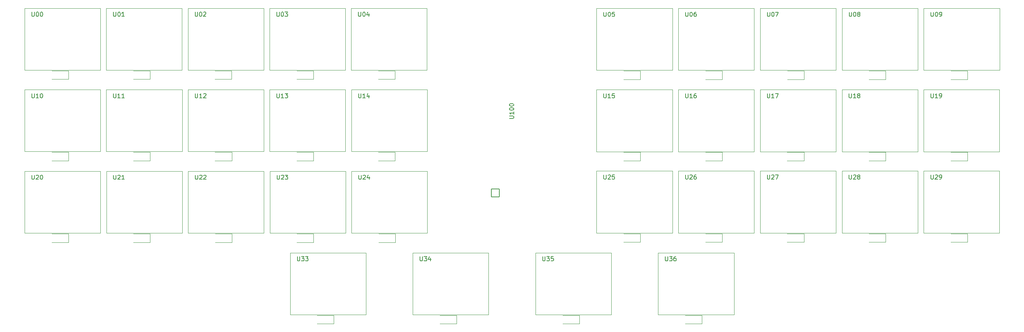
<source format=gto>
G04 #@! TF.GenerationSoftware,KiCad,Pcbnew,6.0.7*
G04 #@! TF.CreationDate,2022-09-06T10:42:03+02:00*
G04 #@! TF.ProjectId,box_o_alps,626f785f-6f5f-4616-9c70-732e6b696361,rev?*
G04 #@! TF.SameCoordinates,Original*
G04 #@! TF.FileFunction,Legend,Top*
G04 #@! TF.FilePolarity,Positive*
%FSLAX46Y46*%
G04 Gerber Fmt 4.6, Leading zero omitted, Abs format (unit mm)*
G04 Created by KiCad (PCBNEW 6.0.7) date 2022-09-06 10:42:03*
%MOMM*%
%LPD*%
G01*
G04 APERTURE LIST*
G04 Aperture macros list*
%AMRoundRect*
0 Rectangle with rounded corners*
0 $1 Rounding radius*
0 $2 $3 $4 $5 $6 $7 $8 $9 X,Y pos of 4 corners*
0 Add a 4 corners polygon primitive as box body*
4,1,4,$2,$3,$4,$5,$6,$7,$8,$9,$2,$3,0*
0 Add four circle primitives for the rounded corners*
1,1,$1+$1,$2,$3*
1,1,$1+$1,$4,$5*
1,1,$1+$1,$6,$7*
1,1,$1+$1,$8,$9*
0 Add four rect primitives between the rounded corners*
20,1,$1+$1,$2,$3,$4,$5,0*
20,1,$1+$1,$4,$5,$6,$7,0*
20,1,$1+$1,$6,$7,$8,$9,0*
20,1,$1+$1,$8,$9,$2,$3,0*%
G04 Aperture macros list end*
%ADD10C,0.150000*%
%ADD11C,0.120000*%
%ADD12C,2.200000*%
%ADD13R,0.900000X1.200000*%
%ADD14C,2.082800*%
%ADD15RoundRect,0.101600X0.939800X-0.939800X0.939800X0.939800X-0.939800X0.939800X-0.939800X-0.939800X0*%
G04 APERTURE END LIST*
D10*
X158051904Y-64727380D02*
X158051904Y-65536904D01*
X158099523Y-65632142D01*
X158147142Y-65679761D01*
X158242380Y-65727380D01*
X158432857Y-65727380D01*
X158528095Y-65679761D01*
X158575714Y-65632142D01*
X158623333Y-65536904D01*
X158623333Y-64727380D01*
X159051904Y-64822619D02*
X159099523Y-64775000D01*
X159194761Y-64727380D01*
X159432857Y-64727380D01*
X159528095Y-64775000D01*
X159575714Y-64822619D01*
X159623333Y-64917857D01*
X159623333Y-65013095D01*
X159575714Y-65155952D01*
X159004285Y-65727380D01*
X159623333Y-65727380D01*
X160528095Y-64727380D02*
X160051904Y-64727380D01*
X160004285Y-65203571D01*
X160051904Y-65155952D01*
X160147142Y-65108333D01*
X160385238Y-65108333D01*
X160480476Y-65155952D01*
X160528095Y-65203571D01*
X160575714Y-65298809D01*
X160575714Y-65536904D01*
X160528095Y-65632142D01*
X160480476Y-65679761D01*
X160385238Y-65727380D01*
X160147142Y-65727380D01*
X160051904Y-65679761D01*
X160004285Y-65632142D01*
X62606904Y-64757380D02*
X62606904Y-65566904D01*
X62654523Y-65662142D01*
X62702142Y-65709761D01*
X62797380Y-65757380D01*
X62987857Y-65757380D01*
X63083095Y-65709761D01*
X63130714Y-65662142D01*
X63178333Y-65566904D01*
X63178333Y-64757380D01*
X63606904Y-64852619D02*
X63654523Y-64805000D01*
X63749761Y-64757380D01*
X63987857Y-64757380D01*
X64083095Y-64805000D01*
X64130714Y-64852619D01*
X64178333Y-64947857D01*
X64178333Y-65043095D01*
X64130714Y-65185952D01*
X63559285Y-65757380D01*
X64178333Y-65757380D01*
X64559285Y-64852619D02*
X64606904Y-64805000D01*
X64702142Y-64757380D01*
X64940238Y-64757380D01*
X65035476Y-64805000D01*
X65083095Y-64852619D01*
X65130714Y-64947857D01*
X65130714Y-65043095D01*
X65083095Y-65185952D01*
X64511666Y-65757380D01*
X65130714Y-65757380D01*
X43486904Y-26557380D02*
X43486904Y-27366904D01*
X43534523Y-27462142D01*
X43582142Y-27509761D01*
X43677380Y-27557380D01*
X43867857Y-27557380D01*
X43963095Y-27509761D01*
X44010714Y-27462142D01*
X44058333Y-27366904D01*
X44058333Y-26557380D01*
X44725000Y-26557380D02*
X44820238Y-26557380D01*
X44915476Y-26605000D01*
X44963095Y-26652619D01*
X45010714Y-26747857D01*
X45058333Y-26938333D01*
X45058333Y-27176428D01*
X45010714Y-27366904D01*
X44963095Y-27462142D01*
X44915476Y-27509761D01*
X44820238Y-27557380D01*
X44725000Y-27557380D01*
X44629761Y-27509761D01*
X44582142Y-27462142D01*
X44534523Y-27366904D01*
X44486904Y-27176428D01*
X44486904Y-26938333D01*
X44534523Y-26747857D01*
X44582142Y-26652619D01*
X44629761Y-26605000D01*
X44725000Y-26557380D01*
X46010714Y-27557380D02*
X45439285Y-27557380D01*
X45725000Y-27557380D02*
X45725000Y-26557380D01*
X45629761Y-26700238D01*
X45534523Y-26795476D01*
X45439285Y-26843095D01*
X43506904Y-64757380D02*
X43506904Y-65566904D01*
X43554523Y-65662142D01*
X43602142Y-65709761D01*
X43697380Y-65757380D01*
X43887857Y-65757380D01*
X43983095Y-65709761D01*
X44030714Y-65662142D01*
X44078333Y-65566904D01*
X44078333Y-64757380D01*
X44506904Y-64852619D02*
X44554523Y-64805000D01*
X44649761Y-64757380D01*
X44887857Y-64757380D01*
X44983095Y-64805000D01*
X45030714Y-64852619D01*
X45078333Y-64947857D01*
X45078333Y-65043095D01*
X45030714Y-65185952D01*
X44459285Y-65757380D01*
X45078333Y-65757380D01*
X46030714Y-65757380D02*
X45459285Y-65757380D01*
X45745000Y-65757380D02*
X45745000Y-64757380D01*
X45649761Y-64900238D01*
X45554523Y-64995476D01*
X45459285Y-65043095D01*
X24406904Y-45658630D02*
X24406904Y-46468154D01*
X24454523Y-46563392D01*
X24502142Y-46611011D01*
X24597380Y-46658630D01*
X24787857Y-46658630D01*
X24883095Y-46611011D01*
X24930714Y-46563392D01*
X24978333Y-46468154D01*
X24978333Y-45658630D01*
X25978333Y-46658630D02*
X25406904Y-46658630D01*
X25692619Y-46658630D02*
X25692619Y-45658630D01*
X25597380Y-45801488D01*
X25502142Y-45896726D01*
X25406904Y-45944345D01*
X26597380Y-45658630D02*
X26692619Y-45658630D01*
X26787857Y-45706250D01*
X26835476Y-45753869D01*
X26883095Y-45849107D01*
X26930714Y-46039583D01*
X26930714Y-46277678D01*
X26883095Y-46468154D01*
X26835476Y-46563392D01*
X26787857Y-46611011D01*
X26692619Y-46658630D01*
X26597380Y-46658630D01*
X26502142Y-46611011D01*
X26454523Y-46563392D01*
X26406904Y-46468154D01*
X26359285Y-46277678D01*
X26359285Y-46039583D01*
X26406904Y-45849107D01*
X26454523Y-45753869D01*
X26502142Y-45706250D01*
X26597380Y-45658630D01*
X43494404Y-45658630D02*
X43494404Y-46468154D01*
X43542023Y-46563392D01*
X43589642Y-46611011D01*
X43684880Y-46658630D01*
X43875357Y-46658630D01*
X43970595Y-46611011D01*
X44018214Y-46563392D01*
X44065833Y-46468154D01*
X44065833Y-45658630D01*
X45065833Y-46658630D02*
X44494404Y-46658630D01*
X44780119Y-46658630D02*
X44780119Y-45658630D01*
X44684880Y-45801488D01*
X44589642Y-45896726D01*
X44494404Y-45944345D01*
X46018214Y-46658630D02*
X45446785Y-46658630D01*
X45732500Y-46658630D02*
X45732500Y-45658630D01*
X45637261Y-45801488D01*
X45542023Y-45896726D01*
X45446785Y-45944345D01*
X81646904Y-26557380D02*
X81646904Y-27366904D01*
X81694523Y-27462142D01*
X81742142Y-27509761D01*
X81837380Y-27557380D01*
X82027857Y-27557380D01*
X82123095Y-27509761D01*
X82170714Y-27462142D01*
X82218333Y-27366904D01*
X82218333Y-26557380D01*
X82885000Y-26557380D02*
X82980238Y-26557380D01*
X83075476Y-26605000D01*
X83123095Y-26652619D01*
X83170714Y-26747857D01*
X83218333Y-26938333D01*
X83218333Y-27176428D01*
X83170714Y-27366904D01*
X83123095Y-27462142D01*
X83075476Y-27509761D01*
X82980238Y-27557380D01*
X82885000Y-27557380D01*
X82789761Y-27509761D01*
X82742142Y-27462142D01*
X82694523Y-27366904D01*
X82646904Y-27176428D01*
X82646904Y-26938333D01*
X82694523Y-26747857D01*
X82742142Y-26652619D01*
X82789761Y-26605000D01*
X82885000Y-26557380D01*
X83551666Y-26557380D02*
X84170714Y-26557380D01*
X83837380Y-26938333D01*
X83980238Y-26938333D01*
X84075476Y-26985952D01*
X84123095Y-27033571D01*
X84170714Y-27128809D01*
X84170714Y-27366904D01*
X84123095Y-27462142D01*
X84075476Y-27509761D01*
X83980238Y-27557380D01*
X83694523Y-27557380D01*
X83599285Y-27509761D01*
X83551666Y-27462142D01*
X177164404Y-26582380D02*
X177164404Y-27391904D01*
X177212023Y-27487142D01*
X177259642Y-27534761D01*
X177354880Y-27582380D01*
X177545357Y-27582380D01*
X177640595Y-27534761D01*
X177688214Y-27487142D01*
X177735833Y-27391904D01*
X177735833Y-26582380D01*
X178402500Y-26582380D02*
X178497738Y-26582380D01*
X178592976Y-26630000D01*
X178640595Y-26677619D01*
X178688214Y-26772857D01*
X178735833Y-26963333D01*
X178735833Y-27201428D01*
X178688214Y-27391904D01*
X178640595Y-27487142D01*
X178592976Y-27534761D01*
X178497738Y-27582380D01*
X178402500Y-27582380D01*
X178307261Y-27534761D01*
X178259642Y-27487142D01*
X178212023Y-27391904D01*
X178164404Y-27201428D01*
X178164404Y-26963333D01*
X178212023Y-26772857D01*
X178259642Y-26677619D01*
X178307261Y-26630000D01*
X178402500Y-26582380D01*
X179592976Y-26582380D02*
X179402500Y-26582380D01*
X179307261Y-26630000D01*
X179259642Y-26677619D01*
X179164404Y-26820476D01*
X179116785Y-27010952D01*
X179116785Y-27391904D01*
X179164404Y-27487142D01*
X179212023Y-27534761D01*
X179307261Y-27582380D01*
X179497738Y-27582380D01*
X179592976Y-27534761D01*
X179640595Y-27487142D01*
X179688214Y-27391904D01*
X179688214Y-27153809D01*
X179640595Y-27058571D01*
X179592976Y-27010952D01*
X179497738Y-26963333D01*
X179307261Y-26963333D01*
X179212023Y-27010952D01*
X179164404Y-27058571D01*
X179116785Y-27153809D01*
X177159404Y-45672380D02*
X177159404Y-46481904D01*
X177207023Y-46577142D01*
X177254642Y-46624761D01*
X177349880Y-46672380D01*
X177540357Y-46672380D01*
X177635595Y-46624761D01*
X177683214Y-46577142D01*
X177730833Y-46481904D01*
X177730833Y-45672380D01*
X178730833Y-46672380D02*
X178159404Y-46672380D01*
X178445119Y-46672380D02*
X178445119Y-45672380D01*
X178349880Y-45815238D01*
X178254642Y-45910476D01*
X178159404Y-45958095D01*
X179587976Y-45672380D02*
X179397500Y-45672380D01*
X179302261Y-45720000D01*
X179254642Y-45767619D01*
X179159404Y-45910476D01*
X179111785Y-46100952D01*
X179111785Y-46481904D01*
X179159404Y-46577142D01*
X179207023Y-46624761D01*
X179302261Y-46672380D01*
X179492738Y-46672380D01*
X179587976Y-46624761D01*
X179635595Y-46577142D01*
X179683214Y-46481904D01*
X179683214Y-46243809D01*
X179635595Y-46148571D01*
X179587976Y-46100952D01*
X179492738Y-46053333D01*
X179302261Y-46053333D01*
X179207023Y-46100952D01*
X179159404Y-46148571D01*
X179111785Y-46243809D01*
X177159404Y-64727380D02*
X177159404Y-65536904D01*
X177207023Y-65632142D01*
X177254642Y-65679761D01*
X177349880Y-65727380D01*
X177540357Y-65727380D01*
X177635595Y-65679761D01*
X177683214Y-65632142D01*
X177730833Y-65536904D01*
X177730833Y-64727380D01*
X178159404Y-64822619D02*
X178207023Y-64775000D01*
X178302261Y-64727380D01*
X178540357Y-64727380D01*
X178635595Y-64775000D01*
X178683214Y-64822619D01*
X178730833Y-64917857D01*
X178730833Y-65013095D01*
X178683214Y-65155952D01*
X178111785Y-65727380D01*
X178730833Y-65727380D01*
X179587976Y-64727380D02*
X179397500Y-64727380D01*
X179302261Y-64775000D01*
X179254642Y-64822619D01*
X179159404Y-64965476D01*
X179111785Y-65155952D01*
X179111785Y-65536904D01*
X179159404Y-65632142D01*
X179207023Y-65679761D01*
X179302261Y-65727380D01*
X179492738Y-65727380D01*
X179587976Y-65679761D01*
X179635595Y-65632142D01*
X179683214Y-65536904D01*
X179683214Y-65298809D01*
X179635595Y-65203571D01*
X179587976Y-65155952D01*
X179492738Y-65108333D01*
X179302261Y-65108333D01*
X179207023Y-65155952D01*
X179159404Y-65203571D01*
X179111785Y-65298809D01*
X100756904Y-45658630D02*
X100756904Y-46468154D01*
X100804523Y-46563392D01*
X100852142Y-46611011D01*
X100947380Y-46658630D01*
X101137857Y-46658630D01*
X101233095Y-46611011D01*
X101280714Y-46563392D01*
X101328333Y-46468154D01*
X101328333Y-45658630D01*
X102328333Y-46658630D02*
X101756904Y-46658630D01*
X102042619Y-46658630D02*
X102042619Y-45658630D01*
X101947380Y-45801488D01*
X101852142Y-45896726D01*
X101756904Y-45944345D01*
X103185476Y-45991964D02*
X103185476Y-46658630D01*
X102947380Y-45611011D02*
X102709285Y-46325297D01*
X103328333Y-46325297D01*
X100726904Y-26557380D02*
X100726904Y-27366904D01*
X100774523Y-27462142D01*
X100822142Y-27509761D01*
X100917380Y-27557380D01*
X101107857Y-27557380D01*
X101203095Y-27509761D01*
X101250714Y-27462142D01*
X101298333Y-27366904D01*
X101298333Y-26557380D01*
X101965000Y-26557380D02*
X102060238Y-26557380D01*
X102155476Y-26605000D01*
X102203095Y-26652619D01*
X102250714Y-26747857D01*
X102298333Y-26938333D01*
X102298333Y-27176428D01*
X102250714Y-27366904D01*
X102203095Y-27462142D01*
X102155476Y-27509761D01*
X102060238Y-27557380D01*
X101965000Y-27557380D01*
X101869761Y-27509761D01*
X101822142Y-27462142D01*
X101774523Y-27366904D01*
X101726904Y-27176428D01*
X101726904Y-26938333D01*
X101774523Y-26747857D01*
X101822142Y-26652619D01*
X101869761Y-26605000D01*
X101965000Y-26557380D01*
X103155476Y-26890714D02*
X103155476Y-27557380D01*
X102917380Y-26509761D02*
X102679285Y-27224047D01*
X103298333Y-27224047D01*
X62566904Y-26557380D02*
X62566904Y-27366904D01*
X62614523Y-27462142D01*
X62662142Y-27509761D01*
X62757380Y-27557380D01*
X62947857Y-27557380D01*
X63043095Y-27509761D01*
X63090714Y-27462142D01*
X63138333Y-27366904D01*
X63138333Y-26557380D01*
X63805000Y-26557380D02*
X63900238Y-26557380D01*
X63995476Y-26605000D01*
X64043095Y-26652619D01*
X64090714Y-26747857D01*
X64138333Y-26938333D01*
X64138333Y-27176428D01*
X64090714Y-27366904D01*
X64043095Y-27462142D01*
X63995476Y-27509761D01*
X63900238Y-27557380D01*
X63805000Y-27557380D01*
X63709761Y-27509761D01*
X63662142Y-27462142D01*
X63614523Y-27366904D01*
X63566904Y-27176428D01*
X63566904Y-26938333D01*
X63614523Y-26747857D01*
X63662142Y-26652619D01*
X63709761Y-26605000D01*
X63805000Y-26557380D01*
X64519285Y-26652619D02*
X64566904Y-26605000D01*
X64662142Y-26557380D01*
X64900238Y-26557380D01*
X64995476Y-26605000D01*
X65043095Y-26652619D01*
X65090714Y-26747857D01*
X65090714Y-26843095D01*
X65043095Y-26985952D01*
X64471666Y-27557380D01*
X65090714Y-27557380D01*
X158051904Y-26582380D02*
X158051904Y-27391904D01*
X158099523Y-27487142D01*
X158147142Y-27534761D01*
X158242380Y-27582380D01*
X158432857Y-27582380D01*
X158528095Y-27534761D01*
X158575714Y-27487142D01*
X158623333Y-27391904D01*
X158623333Y-26582380D01*
X159290000Y-26582380D02*
X159385238Y-26582380D01*
X159480476Y-26630000D01*
X159528095Y-26677619D01*
X159575714Y-26772857D01*
X159623333Y-26963333D01*
X159623333Y-27201428D01*
X159575714Y-27391904D01*
X159528095Y-27487142D01*
X159480476Y-27534761D01*
X159385238Y-27582380D01*
X159290000Y-27582380D01*
X159194761Y-27534761D01*
X159147142Y-27487142D01*
X159099523Y-27391904D01*
X159051904Y-27201428D01*
X159051904Y-26963333D01*
X159099523Y-26772857D01*
X159147142Y-26677619D01*
X159194761Y-26630000D01*
X159290000Y-26582380D01*
X160528095Y-26582380D02*
X160051904Y-26582380D01*
X160004285Y-27058571D01*
X160051904Y-27010952D01*
X160147142Y-26963333D01*
X160385238Y-26963333D01*
X160480476Y-27010952D01*
X160528095Y-27058571D01*
X160575714Y-27153809D01*
X160575714Y-27391904D01*
X160528095Y-27487142D01*
X160480476Y-27534761D01*
X160385238Y-27582380D01*
X160147142Y-27582380D01*
X160051904Y-27534761D01*
X160004285Y-27487142D01*
X158051904Y-45672380D02*
X158051904Y-46481904D01*
X158099523Y-46577142D01*
X158147142Y-46624761D01*
X158242380Y-46672380D01*
X158432857Y-46672380D01*
X158528095Y-46624761D01*
X158575714Y-46577142D01*
X158623333Y-46481904D01*
X158623333Y-45672380D01*
X159623333Y-46672380D02*
X159051904Y-46672380D01*
X159337619Y-46672380D02*
X159337619Y-45672380D01*
X159242380Y-45815238D01*
X159147142Y-45910476D01*
X159051904Y-45958095D01*
X160528095Y-45672380D02*
X160051904Y-45672380D01*
X160004285Y-46148571D01*
X160051904Y-46100952D01*
X160147142Y-46053333D01*
X160385238Y-46053333D01*
X160480476Y-46100952D01*
X160528095Y-46148571D01*
X160575714Y-46243809D01*
X160575714Y-46481904D01*
X160528095Y-46577142D01*
X160480476Y-46624761D01*
X160385238Y-46672380D01*
X160147142Y-46672380D01*
X160051904Y-46624761D01*
X160004285Y-46577142D01*
X100806904Y-64762380D02*
X100806904Y-65571904D01*
X100854523Y-65667142D01*
X100902142Y-65714761D01*
X100997380Y-65762380D01*
X101187857Y-65762380D01*
X101283095Y-65714761D01*
X101330714Y-65667142D01*
X101378333Y-65571904D01*
X101378333Y-64762380D01*
X101806904Y-64857619D02*
X101854523Y-64810000D01*
X101949761Y-64762380D01*
X102187857Y-64762380D01*
X102283095Y-64810000D01*
X102330714Y-64857619D01*
X102378333Y-64952857D01*
X102378333Y-65048095D01*
X102330714Y-65190952D01*
X101759285Y-65762380D01*
X102378333Y-65762380D01*
X103235476Y-65095714D02*
X103235476Y-65762380D01*
X102997380Y-64714761D02*
X102759285Y-65429047D01*
X103378333Y-65429047D01*
X196266904Y-45672380D02*
X196266904Y-46481904D01*
X196314523Y-46577142D01*
X196362142Y-46624761D01*
X196457380Y-46672380D01*
X196647857Y-46672380D01*
X196743095Y-46624761D01*
X196790714Y-46577142D01*
X196838333Y-46481904D01*
X196838333Y-45672380D01*
X197838333Y-46672380D02*
X197266904Y-46672380D01*
X197552619Y-46672380D02*
X197552619Y-45672380D01*
X197457380Y-45815238D01*
X197362142Y-45910476D01*
X197266904Y-45958095D01*
X198171666Y-45672380D02*
X198838333Y-45672380D01*
X198409761Y-46672380D01*
X62581904Y-45658630D02*
X62581904Y-46468154D01*
X62629523Y-46563392D01*
X62677142Y-46611011D01*
X62772380Y-46658630D01*
X62962857Y-46658630D01*
X63058095Y-46611011D01*
X63105714Y-46563392D01*
X63153333Y-46468154D01*
X63153333Y-45658630D01*
X64153333Y-46658630D02*
X63581904Y-46658630D01*
X63867619Y-46658630D02*
X63867619Y-45658630D01*
X63772380Y-45801488D01*
X63677142Y-45896726D01*
X63581904Y-45944345D01*
X64534285Y-45753869D02*
X64581904Y-45706250D01*
X64677142Y-45658630D01*
X64915238Y-45658630D01*
X65010476Y-45706250D01*
X65058095Y-45753869D01*
X65105714Y-45849107D01*
X65105714Y-45944345D01*
X65058095Y-46087202D01*
X64486666Y-46658630D01*
X65105714Y-46658630D01*
X234481904Y-64727380D02*
X234481904Y-65536904D01*
X234529523Y-65632142D01*
X234577142Y-65679761D01*
X234672380Y-65727380D01*
X234862857Y-65727380D01*
X234958095Y-65679761D01*
X235005714Y-65632142D01*
X235053333Y-65536904D01*
X235053333Y-64727380D01*
X235481904Y-64822619D02*
X235529523Y-64775000D01*
X235624761Y-64727380D01*
X235862857Y-64727380D01*
X235958095Y-64775000D01*
X236005714Y-64822619D01*
X236053333Y-64917857D01*
X236053333Y-65013095D01*
X236005714Y-65155952D01*
X235434285Y-65727380D01*
X236053333Y-65727380D01*
X236529523Y-65727380D02*
X236720000Y-65727380D01*
X236815238Y-65679761D01*
X236862857Y-65632142D01*
X236958095Y-65489285D01*
X237005714Y-65298809D01*
X237005714Y-64917857D01*
X236958095Y-64822619D01*
X236910476Y-64775000D01*
X236815238Y-64727380D01*
X236624761Y-64727380D01*
X236529523Y-64775000D01*
X236481904Y-64822619D01*
X236434285Y-64917857D01*
X236434285Y-65155952D01*
X236481904Y-65251190D01*
X236529523Y-65298809D01*
X236624761Y-65346428D01*
X236815238Y-65346428D01*
X236910476Y-65298809D01*
X236958095Y-65251190D01*
X237005714Y-65155952D01*
X234481904Y-45672380D02*
X234481904Y-46481904D01*
X234529523Y-46577142D01*
X234577142Y-46624761D01*
X234672380Y-46672380D01*
X234862857Y-46672380D01*
X234958095Y-46624761D01*
X235005714Y-46577142D01*
X235053333Y-46481904D01*
X235053333Y-45672380D01*
X236053333Y-46672380D02*
X235481904Y-46672380D01*
X235767619Y-46672380D02*
X235767619Y-45672380D01*
X235672380Y-45815238D01*
X235577142Y-45910476D01*
X235481904Y-45958095D01*
X236529523Y-46672380D02*
X236720000Y-46672380D01*
X236815238Y-46624761D01*
X236862857Y-46577142D01*
X236958095Y-46434285D01*
X237005714Y-46243809D01*
X237005714Y-45862857D01*
X236958095Y-45767619D01*
X236910476Y-45720000D01*
X236815238Y-45672380D01*
X236624761Y-45672380D01*
X236529523Y-45720000D01*
X236481904Y-45767619D01*
X236434285Y-45862857D01*
X236434285Y-46100952D01*
X236481904Y-46196190D01*
X236529523Y-46243809D01*
X236624761Y-46291428D01*
X236815238Y-46291428D01*
X236910476Y-46243809D01*
X236958095Y-46196190D01*
X237005714Y-46100952D01*
X234501904Y-26582380D02*
X234501904Y-27391904D01*
X234549523Y-27487142D01*
X234597142Y-27534761D01*
X234692380Y-27582380D01*
X234882857Y-27582380D01*
X234978095Y-27534761D01*
X235025714Y-27487142D01*
X235073333Y-27391904D01*
X235073333Y-26582380D01*
X235740000Y-26582380D02*
X235835238Y-26582380D01*
X235930476Y-26630000D01*
X235978095Y-26677619D01*
X236025714Y-26772857D01*
X236073333Y-26963333D01*
X236073333Y-27201428D01*
X236025714Y-27391904D01*
X235978095Y-27487142D01*
X235930476Y-27534761D01*
X235835238Y-27582380D01*
X235740000Y-27582380D01*
X235644761Y-27534761D01*
X235597142Y-27487142D01*
X235549523Y-27391904D01*
X235501904Y-27201428D01*
X235501904Y-26963333D01*
X235549523Y-26772857D01*
X235597142Y-26677619D01*
X235644761Y-26630000D01*
X235740000Y-26582380D01*
X236549523Y-27582380D02*
X236740000Y-27582380D01*
X236835238Y-27534761D01*
X236882857Y-27487142D01*
X236978095Y-27344285D01*
X237025714Y-27153809D01*
X237025714Y-26772857D01*
X236978095Y-26677619D01*
X236930476Y-26630000D01*
X236835238Y-26582380D01*
X236644761Y-26582380D01*
X236549523Y-26630000D01*
X236501904Y-26677619D01*
X236454285Y-26772857D01*
X236454285Y-27010952D01*
X236501904Y-27106190D01*
X236549523Y-27153809D01*
X236644761Y-27201428D01*
X236835238Y-27201428D01*
X236930476Y-27153809D01*
X236978095Y-27106190D01*
X237025714Y-27010952D01*
X24406904Y-26557380D02*
X24406904Y-27366904D01*
X24454523Y-27462142D01*
X24502142Y-27509761D01*
X24597380Y-27557380D01*
X24787857Y-27557380D01*
X24883095Y-27509761D01*
X24930714Y-27462142D01*
X24978333Y-27366904D01*
X24978333Y-26557380D01*
X25645000Y-26557380D02*
X25740238Y-26557380D01*
X25835476Y-26605000D01*
X25883095Y-26652619D01*
X25930714Y-26747857D01*
X25978333Y-26938333D01*
X25978333Y-27176428D01*
X25930714Y-27366904D01*
X25883095Y-27462142D01*
X25835476Y-27509761D01*
X25740238Y-27557380D01*
X25645000Y-27557380D01*
X25549761Y-27509761D01*
X25502142Y-27462142D01*
X25454523Y-27366904D01*
X25406904Y-27176428D01*
X25406904Y-26938333D01*
X25454523Y-26747857D01*
X25502142Y-26652619D01*
X25549761Y-26605000D01*
X25645000Y-26557380D01*
X26597380Y-26557380D02*
X26692619Y-26557380D01*
X26787857Y-26605000D01*
X26835476Y-26652619D01*
X26883095Y-26747857D01*
X26930714Y-26938333D01*
X26930714Y-27176428D01*
X26883095Y-27366904D01*
X26835476Y-27462142D01*
X26787857Y-27509761D01*
X26692619Y-27557380D01*
X26597380Y-27557380D01*
X26502142Y-27509761D01*
X26454523Y-27462142D01*
X26406904Y-27366904D01*
X26359285Y-27176428D01*
X26359285Y-26938333D01*
X26406904Y-26747857D01*
X26454523Y-26652619D01*
X26502142Y-26605000D01*
X26597380Y-26557380D01*
X196266904Y-64727380D02*
X196266904Y-65536904D01*
X196314523Y-65632142D01*
X196362142Y-65679761D01*
X196457380Y-65727380D01*
X196647857Y-65727380D01*
X196743095Y-65679761D01*
X196790714Y-65632142D01*
X196838333Y-65536904D01*
X196838333Y-64727380D01*
X197266904Y-64822619D02*
X197314523Y-64775000D01*
X197409761Y-64727380D01*
X197647857Y-64727380D01*
X197743095Y-64775000D01*
X197790714Y-64822619D01*
X197838333Y-64917857D01*
X197838333Y-65013095D01*
X197790714Y-65155952D01*
X197219285Y-65727380D01*
X197838333Y-65727380D01*
X198171666Y-64727380D02*
X198838333Y-64727380D01*
X198409761Y-65727380D01*
X136002380Y-51489285D02*
X136811904Y-51489285D01*
X136907142Y-51441666D01*
X136954761Y-51394047D01*
X137002380Y-51298809D01*
X137002380Y-51108333D01*
X136954761Y-51013095D01*
X136907142Y-50965476D01*
X136811904Y-50917857D01*
X136002380Y-50917857D01*
X137002380Y-49917857D02*
X137002380Y-50489285D01*
X137002380Y-50203571D02*
X136002380Y-50203571D01*
X136145238Y-50298809D01*
X136240476Y-50394047D01*
X136288095Y-50489285D01*
X136002380Y-49298809D02*
X136002380Y-49203571D01*
X136050000Y-49108333D01*
X136097619Y-49060714D01*
X136192857Y-49013095D01*
X136383333Y-48965476D01*
X136621428Y-48965476D01*
X136811904Y-49013095D01*
X136907142Y-49060714D01*
X136954761Y-49108333D01*
X137002380Y-49203571D01*
X137002380Y-49298809D01*
X136954761Y-49394047D01*
X136907142Y-49441666D01*
X136811904Y-49489285D01*
X136621428Y-49536904D01*
X136383333Y-49536904D01*
X136192857Y-49489285D01*
X136097619Y-49441666D01*
X136050000Y-49394047D01*
X136002380Y-49298809D01*
X136002380Y-48346428D02*
X136002380Y-48251190D01*
X136050000Y-48155952D01*
X136097619Y-48108333D01*
X136192857Y-48060714D01*
X136383333Y-48013095D01*
X136621428Y-48013095D01*
X136811904Y-48060714D01*
X136907142Y-48108333D01*
X136954761Y-48155952D01*
X137002380Y-48251190D01*
X137002380Y-48346428D01*
X136954761Y-48441666D01*
X136907142Y-48489285D01*
X136811904Y-48536904D01*
X136621428Y-48584523D01*
X136383333Y-48584523D01*
X136192857Y-48536904D01*
X136097619Y-48489285D01*
X136050000Y-48441666D01*
X136002380Y-48346428D01*
X215389404Y-26582380D02*
X215389404Y-27391904D01*
X215437023Y-27487142D01*
X215484642Y-27534761D01*
X215579880Y-27582380D01*
X215770357Y-27582380D01*
X215865595Y-27534761D01*
X215913214Y-27487142D01*
X215960833Y-27391904D01*
X215960833Y-26582380D01*
X216627500Y-26582380D02*
X216722738Y-26582380D01*
X216817976Y-26630000D01*
X216865595Y-26677619D01*
X216913214Y-26772857D01*
X216960833Y-26963333D01*
X216960833Y-27201428D01*
X216913214Y-27391904D01*
X216865595Y-27487142D01*
X216817976Y-27534761D01*
X216722738Y-27582380D01*
X216627500Y-27582380D01*
X216532261Y-27534761D01*
X216484642Y-27487142D01*
X216437023Y-27391904D01*
X216389404Y-27201428D01*
X216389404Y-26963333D01*
X216437023Y-26772857D01*
X216484642Y-26677619D01*
X216532261Y-26630000D01*
X216627500Y-26582380D01*
X217532261Y-27010952D02*
X217437023Y-26963333D01*
X217389404Y-26915714D01*
X217341785Y-26820476D01*
X217341785Y-26772857D01*
X217389404Y-26677619D01*
X217437023Y-26630000D01*
X217532261Y-26582380D01*
X217722738Y-26582380D01*
X217817976Y-26630000D01*
X217865595Y-26677619D01*
X217913214Y-26772857D01*
X217913214Y-26820476D01*
X217865595Y-26915714D01*
X217817976Y-26963333D01*
X217722738Y-27010952D01*
X217532261Y-27010952D01*
X217437023Y-27058571D01*
X217389404Y-27106190D01*
X217341785Y-27201428D01*
X217341785Y-27391904D01*
X217389404Y-27487142D01*
X217437023Y-27534761D01*
X217532261Y-27582380D01*
X217722738Y-27582380D01*
X217817976Y-27534761D01*
X217865595Y-27487142D01*
X217913214Y-27391904D01*
X217913214Y-27201428D01*
X217865595Y-27106190D01*
X217817976Y-27058571D01*
X217722738Y-27010952D01*
X215374404Y-45672380D02*
X215374404Y-46481904D01*
X215422023Y-46577142D01*
X215469642Y-46624761D01*
X215564880Y-46672380D01*
X215755357Y-46672380D01*
X215850595Y-46624761D01*
X215898214Y-46577142D01*
X215945833Y-46481904D01*
X215945833Y-45672380D01*
X216945833Y-46672380D02*
X216374404Y-46672380D01*
X216660119Y-46672380D02*
X216660119Y-45672380D01*
X216564880Y-45815238D01*
X216469642Y-45910476D01*
X216374404Y-45958095D01*
X217517261Y-46100952D02*
X217422023Y-46053333D01*
X217374404Y-46005714D01*
X217326785Y-45910476D01*
X217326785Y-45862857D01*
X217374404Y-45767619D01*
X217422023Y-45720000D01*
X217517261Y-45672380D01*
X217707738Y-45672380D01*
X217802976Y-45720000D01*
X217850595Y-45767619D01*
X217898214Y-45862857D01*
X217898214Y-45910476D01*
X217850595Y-46005714D01*
X217802976Y-46053333D01*
X217707738Y-46100952D01*
X217517261Y-46100952D01*
X217422023Y-46148571D01*
X217374404Y-46196190D01*
X217326785Y-46291428D01*
X217326785Y-46481904D01*
X217374404Y-46577142D01*
X217422023Y-46624761D01*
X217517261Y-46672380D01*
X217707738Y-46672380D01*
X217802976Y-46624761D01*
X217850595Y-46577142D01*
X217898214Y-46481904D01*
X217898214Y-46291428D01*
X217850595Y-46196190D01*
X217802976Y-46148571D01*
X217707738Y-46100952D01*
X86451904Y-83882380D02*
X86451904Y-84691904D01*
X86499523Y-84787142D01*
X86547142Y-84834761D01*
X86642380Y-84882380D01*
X86832857Y-84882380D01*
X86928095Y-84834761D01*
X86975714Y-84787142D01*
X87023333Y-84691904D01*
X87023333Y-83882380D01*
X87404285Y-83882380D02*
X88023333Y-83882380D01*
X87690000Y-84263333D01*
X87832857Y-84263333D01*
X87928095Y-84310952D01*
X87975714Y-84358571D01*
X88023333Y-84453809D01*
X88023333Y-84691904D01*
X87975714Y-84787142D01*
X87928095Y-84834761D01*
X87832857Y-84882380D01*
X87547142Y-84882380D01*
X87451904Y-84834761D01*
X87404285Y-84787142D01*
X88356666Y-83882380D02*
X88975714Y-83882380D01*
X88642380Y-84263333D01*
X88785238Y-84263333D01*
X88880476Y-84310952D01*
X88928095Y-84358571D01*
X88975714Y-84453809D01*
X88975714Y-84691904D01*
X88928095Y-84787142D01*
X88880476Y-84834761D01*
X88785238Y-84882380D01*
X88499523Y-84882380D01*
X88404285Y-84834761D01*
X88356666Y-84787142D01*
X172441904Y-83882380D02*
X172441904Y-84691904D01*
X172489523Y-84787142D01*
X172537142Y-84834761D01*
X172632380Y-84882380D01*
X172822857Y-84882380D01*
X172918095Y-84834761D01*
X172965714Y-84787142D01*
X173013333Y-84691904D01*
X173013333Y-83882380D01*
X173394285Y-83882380D02*
X174013333Y-83882380D01*
X173680000Y-84263333D01*
X173822857Y-84263333D01*
X173918095Y-84310952D01*
X173965714Y-84358571D01*
X174013333Y-84453809D01*
X174013333Y-84691904D01*
X173965714Y-84787142D01*
X173918095Y-84834761D01*
X173822857Y-84882380D01*
X173537142Y-84882380D01*
X173441904Y-84834761D01*
X173394285Y-84787142D01*
X174870476Y-83882380D02*
X174680000Y-83882380D01*
X174584761Y-83930000D01*
X174537142Y-83977619D01*
X174441904Y-84120476D01*
X174394285Y-84310952D01*
X174394285Y-84691904D01*
X174441904Y-84787142D01*
X174489523Y-84834761D01*
X174584761Y-84882380D01*
X174775238Y-84882380D01*
X174870476Y-84834761D01*
X174918095Y-84787142D01*
X174965714Y-84691904D01*
X174965714Y-84453809D01*
X174918095Y-84358571D01*
X174870476Y-84310952D01*
X174775238Y-84263333D01*
X174584761Y-84263333D01*
X174489523Y-84310952D01*
X174441904Y-84358571D01*
X174394285Y-84453809D01*
X24406904Y-64757380D02*
X24406904Y-65566904D01*
X24454523Y-65662142D01*
X24502142Y-65709761D01*
X24597380Y-65757380D01*
X24787857Y-65757380D01*
X24883095Y-65709761D01*
X24930714Y-65662142D01*
X24978333Y-65566904D01*
X24978333Y-64757380D01*
X25406904Y-64852619D02*
X25454523Y-64805000D01*
X25549761Y-64757380D01*
X25787857Y-64757380D01*
X25883095Y-64805000D01*
X25930714Y-64852619D01*
X25978333Y-64947857D01*
X25978333Y-65043095D01*
X25930714Y-65185952D01*
X25359285Y-65757380D01*
X25978333Y-65757380D01*
X26597380Y-64757380D02*
X26692619Y-64757380D01*
X26787857Y-64805000D01*
X26835476Y-64852619D01*
X26883095Y-64947857D01*
X26930714Y-65138333D01*
X26930714Y-65376428D01*
X26883095Y-65566904D01*
X26835476Y-65662142D01*
X26787857Y-65709761D01*
X26692619Y-65757380D01*
X26597380Y-65757380D01*
X26502142Y-65709761D01*
X26454523Y-65662142D01*
X26406904Y-65566904D01*
X26359285Y-65376428D01*
X26359285Y-65138333D01*
X26406904Y-64947857D01*
X26454523Y-64852619D01*
X26502142Y-64805000D01*
X26597380Y-64757380D01*
X215374404Y-64727380D02*
X215374404Y-65536904D01*
X215422023Y-65632142D01*
X215469642Y-65679761D01*
X215564880Y-65727380D01*
X215755357Y-65727380D01*
X215850595Y-65679761D01*
X215898214Y-65632142D01*
X215945833Y-65536904D01*
X215945833Y-64727380D01*
X216374404Y-64822619D02*
X216422023Y-64775000D01*
X216517261Y-64727380D01*
X216755357Y-64727380D01*
X216850595Y-64775000D01*
X216898214Y-64822619D01*
X216945833Y-64917857D01*
X216945833Y-65013095D01*
X216898214Y-65155952D01*
X216326785Y-65727380D01*
X216945833Y-65727380D01*
X217517261Y-65155952D02*
X217422023Y-65108333D01*
X217374404Y-65060714D01*
X217326785Y-64965476D01*
X217326785Y-64917857D01*
X217374404Y-64822619D01*
X217422023Y-64775000D01*
X217517261Y-64727380D01*
X217707738Y-64727380D01*
X217802976Y-64775000D01*
X217850595Y-64822619D01*
X217898214Y-64917857D01*
X217898214Y-64965476D01*
X217850595Y-65060714D01*
X217802976Y-65108333D01*
X217707738Y-65155952D01*
X217517261Y-65155952D01*
X217422023Y-65203571D01*
X217374404Y-65251190D01*
X217326785Y-65346428D01*
X217326785Y-65536904D01*
X217374404Y-65632142D01*
X217422023Y-65679761D01*
X217517261Y-65727380D01*
X217707738Y-65727380D01*
X217802976Y-65679761D01*
X217850595Y-65632142D01*
X217898214Y-65536904D01*
X217898214Y-65346428D01*
X217850595Y-65251190D01*
X217802976Y-65203571D01*
X217707738Y-65155952D01*
X81669404Y-45658630D02*
X81669404Y-46468154D01*
X81717023Y-46563392D01*
X81764642Y-46611011D01*
X81859880Y-46658630D01*
X82050357Y-46658630D01*
X82145595Y-46611011D01*
X82193214Y-46563392D01*
X82240833Y-46468154D01*
X82240833Y-45658630D01*
X83240833Y-46658630D02*
X82669404Y-46658630D01*
X82955119Y-46658630D02*
X82955119Y-45658630D01*
X82859880Y-45801488D01*
X82764642Y-45896726D01*
X82669404Y-45944345D01*
X83574166Y-45658630D02*
X84193214Y-45658630D01*
X83859880Y-46039583D01*
X84002738Y-46039583D01*
X84097976Y-46087202D01*
X84145595Y-46134821D01*
X84193214Y-46230059D01*
X84193214Y-46468154D01*
X84145595Y-46563392D01*
X84097976Y-46611011D01*
X84002738Y-46658630D01*
X83717023Y-46658630D01*
X83621785Y-46611011D01*
X83574166Y-46563392D01*
X81706904Y-64757380D02*
X81706904Y-65566904D01*
X81754523Y-65662142D01*
X81802142Y-65709761D01*
X81897380Y-65757380D01*
X82087857Y-65757380D01*
X82183095Y-65709761D01*
X82230714Y-65662142D01*
X82278333Y-65566904D01*
X82278333Y-64757380D01*
X82706904Y-64852619D02*
X82754523Y-64805000D01*
X82849761Y-64757380D01*
X83087857Y-64757380D01*
X83183095Y-64805000D01*
X83230714Y-64852619D01*
X83278333Y-64947857D01*
X83278333Y-65043095D01*
X83230714Y-65185952D01*
X82659285Y-65757380D01*
X83278333Y-65757380D01*
X83611666Y-64757380D02*
X84230714Y-64757380D01*
X83897380Y-65138333D01*
X84040238Y-65138333D01*
X84135476Y-65185952D01*
X84183095Y-65233571D01*
X84230714Y-65328809D01*
X84230714Y-65566904D01*
X84183095Y-65662142D01*
X84135476Y-65709761D01*
X84040238Y-65757380D01*
X83754523Y-65757380D01*
X83659285Y-65709761D01*
X83611666Y-65662142D01*
X196276904Y-26582380D02*
X196276904Y-27391904D01*
X196324523Y-27487142D01*
X196372142Y-27534761D01*
X196467380Y-27582380D01*
X196657857Y-27582380D01*
X196753095Y-27534761D01*
X196800714Y-27487142D01*
X196848333Y-27391904D01*
X196848333Y-26582380D01*
X197515000Y-26582380D02*
X197610238Y-26582380D01*
X197705476Y-26630000D01*
X197753095Y-26677619D01*
X197800714Y-26772857D01*
X197848333Y-26963333D01*
X197848333Y-27201428D01*
X197800714Y-27391904D01*
X197753095Y-27487142D01*
X197705476Y-27534761D01*
X197610238Y-27582380D01*
X197515000Y-27582380D01*
X197419761Y-27534761D01*
X197372142Y-27487142D01*
X197324523Y-27391904D01*
X197276904Y-27201428D01*
X197276904Y-26963333D01*
X197324523Y-26772857D01*
X197372142Y-26677619D01*
X197419761Y-26630000D01*
X197515000Y-26582380D01*
X198181666Y-26582380D02*
X198848333Y-26582380D01*
X198419761Y-27582380D01*
X143778570Y-83882380D02*
X143778570Y-84691904D01*
X143826189Y-84787142D01*
X143873808Y-84834761D01*
X143969046Y-84882380D01*
X144159523Y-84882380D01*
X144254761Y-84834761D01*
X144302380Y-84787142D01*
X144349999Y-84691904D01*
X144349999Y-83882380D01*
X144730951Y-83882380D02*
X145349999Y-83882380D01*
X145016666Y-84263333D01*
X145159523Y-84263333D01*
X145254761Y-84310952D01*
X145302380Y-84358571D01*
X145349999Y-84453809D01*
X145349999Y-84691904D01*
X145302380Y-84787142D01*
X145254761Y-84834761D01*
X145159523Y-84882380D01*
X144873808Y-84882380D01*
X144778570Y-84834761D01*
X144730951Y-84787142D01*
X146254761Y-83882380D02*
X145778570Y-83882380D01*
X145730951Y-84358571D01*
X145778570Y-84310952D01*
X145873808Y-84263333D01*
X146111904Y-84263333D01*
X146207142Y-84310952D01*
X146254761Y-84358571D01*
X146302380Y-84453809D01*
X146302380Y-84691904D01*
X146254761Y-84787142D01*
X146207142Y-84834761D01*
X146111904Y-84882380D01*
X145873808Y-84882380D01*
X145778570Y-84834761D01*
X145730951Y-84787142D01*
X115115237Y-83882380D02*
X115115237Y-84691904D01*
X115162856Y-84787142D01*
X115210475Y-84834761D01*
X115305713Y-84882380D01*
X115496190Y-84882380D01*
X115591428Y-84834761D01*
X115639047Y-84787142D01*
X115686666Y-84691904D01*
X115686666Y-83882380D01*
X116067618Y-83882380D02*
X116686666Y-83882380D01*
X116353333Y-84263333D01*
X116496190Y-84263333D01*
X116591428Y-84310952D01*
X116639047Y-84358571D01*
X116686666Y-84453809D01*
X116686666Y-84691904D01*
X116639047Y-84787142D01*
X116591428Y-84834761D01*
X116496190Y-84882380D01*
X116210475Y-84882380D01*
X116115237Y-84834761D01*
X116067618Y-84787142D01*
X117543809Y-84215714D02*
X117543809Y-84882380D01*
X117305713Y-83834761D02*
X117067618Y-84549047D01*
X117686666Y-84549047D01*
D11*
X166590000Y-80475000D02*
X166590000Y-78475000D01*
X156375000Y-63820000D02*
X174075000Y-63820000D01*
X174075000Y-78320000D02*
X156375000Y-78320000D01*
X156375000Y-78320000D02*
X156375000Y-63820000D01*
X174075000Y-63820000D02*
X174075000Y-78320000D01*
X166590000Y-78475000D02*
X162690000Y-78475000D01*
X166590000Y-80475000D02*
X162690000Y-80475000D01*
X71145000Y-78505000D02*
X67245000Y-78505000D01*
X60930000Y-78350000D02*
X60930000Y-63850000D01*
X60930000Y-63850000D02*
X78630000Y-63850000D01*
X71145000Y-80505000D02*
X67245000Y-80505000D01*
X78630000Y-78350000D02*
X60930000Y-78350000D01*
X71145000Y-80505000D02*
X71145000Y-78505000D01*
X78630000Y-63850000D02*
X78630000Y-78350000D01*
X59510000Y-25650000D02*
X59510000Y-40150000D01*
X52025000Y-42305000D02*
X48125000Y-42305000D01*
X52025000Y-42305000D02*
X52025000Y-40305000D01*
X59510000Y-40150000D02*
X41810000Y-40150000D01*
X41810000Y-25650000D02*
X59510000Y-25650000D01*
X41810000Y-40150000D02*
X41810000Y-25650000D01*
X52025000Y-40305000D02*
X48125000Y-40305000D01*
X59530000Y-78350000D02*
X41830000Y-78350000D01*
X52045000Y-78505000D02*
X48145000Y-78505000D01*
X41830000Y-78350000D02*
X41830000Y-63850000D01*
X41830000Y-63850000D02*
X59530000Y-63850000D01*
X52045000Y-80505000D02*
X52045000Y-78505000D01*
X52045000Y-80505000D02*
X48145000Y-80505000D01*
X59530000Y-63850000D02*
X59530000Y-78350000D01*
X32945000Y-61406250D02*
X32945000Y-59406250D01*
X22730000Y-59251250D02*
X22730000Y-44751250D01*
X32945000Y-59406250D02*
X29045000Y-59406250D01*
X40430000Y-44751250D02*
X40430000Y-59251250D01*
X22730000Y-44751250D02*
X40430000Y-44751250D01*
X40430000Y-59251250D02*
X22730000Y-59251250D01*
X32945000Y-61406250D02*
X29045000Y-61406250D01*
X59517500Y-44751250D02*
X59517500Y-59251250D01*
X52032500Y-61406250D02*
X52032500Y-59406250D01*
X41817500Y-59251250D02*
X41817500Y-44751250D01*
X41817500Y-44751250D02*
X59517500Y-44751250D01*
X59517500Y-59251250D02*
X41817500Y-59251250D01*
X52032500Y-59406250D02*
X48132500Y-59406250D01*
X52032500Y-61406250D02*
X48132500Y-61406250D01*
X90185000Y-42305000D02*
X86285000Y-42305000D01*
X79970000Y-25650000D02*
X97670000Y-25650000D01*
X79970000Y-40150000D02*
X79970000Y-25650000D01*
X90185000Y-42305000D02*
X90185000Y-40305000D01*
X90185000Y-40305000D02*
X86285000Y-40305000D01*
X97670000Y-40150000D02*
X79970000Y-40150000D01*
X97670000Y-25650000D02*
X97670000Y-40150000D01*
X193187500Y-25675000D02*
X193187500Y-40175000D01*
X175487500Y-25675000D02*
X193187500Y-25675000D01*
X175487500Y-40175000D02*
X175487500Y-25675000D01*
X185702500Y-42330000D02*
X185702500Y-40330000D01*
X185702500Y-42330000D02*
X181802500Y-42330000D01*
X185702500Y-40330000D02*
X181802500Y-40330000D01*
X193187500Y-40175000D02*
X175487500Y-40175000D01*
X185697500Y-61420000D02*
X185697500Y-59420000D01*
X175482500Y-44765000D02*
X193182500Y-44765000D01*
X193182500Y-44765000D02*
X193182500Y-59265000D01*
X185697500Y-59420000D02*
X181797500Y-59420000D01*
X193182500Y-59265000D02*
X175482500Y-59265000D01*
X175482500Y-59265000D02*
X175482500Y-44765000D01*
X185697500Y-61420000D02*
X181797500Y-61420000D01*
X175482500Y-63820000D02*
X193182500Y-63820000D01*
X193182500Y-78320000D02*
X175482500Y-78320000D01*
X193182500Y-63820000D02*
X193182500Y-78320000D01*
X175482500Y-78320000D02*
X175482500Y-63820000D01*
X185697500Y-80475000D02*
X181797500Y-80475000D01*
X185697500Y-80475000D02*
X185697500Y-78475000D01*
X185697500Y-78475000D02*
X181797500Y-78475000D01*
X99080000Y-59251250D02*
X99080000Y-44751250D01*
X116780000Y-59251250D02*
X99080000Y-59251250D01*
X109295000Y-61406250D02*
X105395000Y-61406250D01*
X99080000Y-44751250D02*
X116780000Y-44751250D01*
X116780000Y-44751250D02*
X116780000Y-59251250D01*
X109295000Y-61406250D02*
X109295000Y-59406250D01*
X109295000Y-59406250D02*
X105395000Y-59406250D01*
X109265000Y-40305000D02*
X105365000Y-40305000D01*
X116750000Y-25650000D02*
X116750000Y-40150000D01*
X109265000Y-42305000D02*
X105365000Y-42305000D01*
X99050000Y-40150000D02*
X99050000Y-25650000D01*
X116750000Y-40150000D02*
X99050000Y-40150000D01*
X109265000Y-42305000D02*
X109265000Y-40305000D01*
X99050000Y-25650000D02*
X116750000Y-25650000D01*
X60890000Y-40150000D02*
X60890000Y-25650000D01*
X78590000Y-40150000D02*
X60890000Y-40150000D01*
X78590000Y-25650000D02*
X78590000Y-40150000D01*
X60890000Y-25650000D02*
X78590000Y-25650000D01*
X71105000Y-42305000D02*
X71105000Y-40305000D01*
X71105000Y-42305000D02*
X67205000Y-42305000D01*
X71105000Y-40305000D02*
X67205000Y-40305000D01*
X174075000Y-25675000D02*
X174075000Y-40175000D01*
X166590000Y-42330000D02*
X162690000Y-42330000D01*
X166590000Y-42330000D02*
X166590000Y-40330000D01*
X156375000Y-25675000D02*
X174075000Y-25675000D01*
X166590000Y-40330000D02*
X162690000Y-40330000D01*
X156375000Y-40175000D02*
X156375000Y-25675000D01*
X174075000Y-40175000D02*
X156375000Y-40175000D01*
X166590000Y-61420000D02*
X166590000Y-59420000D01*
X156375000Y-44765000D02*
X174075000Y-44765000D01*
X174075000Y-44765000D02*
X174075000Y-59265000D01*
X174075000Y-59265000D02*
X156375000Y-59265000D01*
X166590000Y-59420000D02*
X162690000Y-59420000D01*
X166590000Y-61420000D02*
X162690000Y-61420000D01*
X156375000Y-59265000D02*
X156375000Y-44765000D01*
X116830000Y-78355000D02*
X99130000Y-78355000D01*
X99130000Y-63855000D02*
X116830000Y-63855000D01*
X116830000Y-63855000D02*
X116830000Y-78355000D01*
X109345000Y-80510000D02*
X105445000Y-80510000D01*
X109345000Y-78510000D02*
X105445000Y-78510000D01*
X109345000Y-80510000D02*
X109345000Y-78510000D01*
X99130000Y-78355000D02*
X99130000Y-63855000D01*
X204805000Y-61420000D02*
X200905000Y-61420000D01*
X194590000Y-59265000D02*
X194590000Y-44765000D01*
X212290000Y-59265000D02*
X194590000Y-59265000D01*
X212290000Y-44765000D02*
X212290000Y-59265000D01*
X194590000Y-44765000D02*
X212290000Y-44765000D01*
X204805000Y-61420000D02*
X204805000Y-59420000D01*
X204805000Y-59420000D02*
X200905000Y-59420000D01*
X78605000Y-59251250D02*
X60905000Y-59251250D01*
X60905000Y-59251250D02*
X60905000Y-44751250D01*
X78605000Y-44751250D02*
X78605000Y-59251250D01*
X71120000Y-61406250D02*
X71120000Y-59406250D01*
X71120000Y-61406250D02*
X67220000Y-61406250D01*
X71120000Y-59406250D02*
X67220000Y-59406250D01*
X60905000Y-44751250D02*
X78605000Y-44751250D01*
X232805000Y-63820000D02*
X250505000Y-63820000D01*
X243020000Y-80475000D02*
X239120000Y-80475000D01*
X250505000Y-78320000D02*
X232805000Y-78320000D01*
X232805000Y-78320000D02*
X232805000Y-63820000D01*
X250505000Y-63820000D02*
X250505000Y-78320000D01*
X243020000Y-78475000D02*
X239120000Y-78475000D01*
X243020000Y-80475000D02*
X243020000Y-78475000D01*
X243020000Y-61420000D02*
X243020000Y-59420000D01*
X250505000Y-59265000D02*
X232805000Y-59265000D01*
X243020000Y-61420000D02*
X239120000Y-61420000D01*
X232805000Y-59265000D02*
X232805000Y-44765000D01*
X243020000Y-59420000D02*
X239120000Y-59420000D01*
X232805000Y-44765000D02*
X250505000Y-44765000D01*
X250505000Y-44765000D02*
X250505000Y-59265000D01*
X250525000Y-40175000D02*
X232825000Y-40175000D01*
X243040000Y-42330000D02*
X243040000Y-40330000D01*
X243040000Y-40330000D02*
X239140000Y-40330000D01*
X250525000Y-25675000D02*
X250525000Y-40175000D01*
X232825000Y-40175000D02*
X232825000Y-25675000D01*
X243040000Y-42330000D02*
X239140000Y-42330000D01*
X232825000Y-25675000D02*
X250525000Y-25675000D01*
X32945000Y-42305000D02*
X29045000Y-42305000D01*
X40430000Y-25650000D02*
X40430000Y-40150000D01*
X32945000Y-40305000D02*
X29045000Y-40305000D01*
X22730000Y-25650000D02*
X40430000Y-25650000D01*
X32945000Y-42305000D02*
X32945000Y-40305000D01*
X22730000Y-40150000D02*
X22730000Y-25650000D01*
X40430000Y-40150000D02*
X22730000Y-40150000D01*
X212290000Y-63820000D02*
X212290000Y-78320000D01*
X194590000Y-78320000D02*
X194590000Y-63820000D01*
X204805000Y-80475000D02*
X204805000Y-78475000D01*
X212290000Y-78320000D02*
X194590000Y-78320000D01*
X204805000Y-80475000D02*
X200905000Y-80475000D01*
X204805000Y-78475000D02*
X200905000Y-78475000D01*
X194590000Y-63820000D02*
X212290000Y-63820000D01*
X223927500Y-42330000D02*
X223927500Y-40330000D01*
X223927500Y-42330000D02*
X220027500Y-42330000D01*
X213712500Y-40175000D02*
X213712500Y-25675000D01*
X231412500Y-25675000D02*
X231412500Y-40175000D01*
X223927500Y-40330000D02*
X220027500Y-40330000D01*
X231412500Y-40175000D02*
X213712500Y-40175000D01*
X213712500Y-25675000D02*
X231412500Y-25675000D01*
X223912500Y-61420000D02*
X220012500Y-61420000D01*
X213697500Y-44765000D02*
X231397500Y-44765000D01*
X231397500Y-59265000D02*
X213697500Y-59265000D01*
X223912500Y-61420000D02*
X223912500Y-59420000D01*
X223912500Y-59420000D02*
X220012500Y-59420000D01*
X231397500Y-44765000D02*
X231397500Y-59265000D01*
X213697500Y-59265000D02*
X213697500Y-44765000D01*
X94990000Y-99630000D02*
X94990000Y-97630000D01*
X102475000Y-82975000D02*
X102475000Y-97475000D01*
X84775000Y-97475000D02*
X84775000Y-82975000D01*
X84775000Y-82975000D02*
X102475000Y-82975000D01*
X94990000Y-97630000D02*
X91090000Y-97630000D01*
X94990000Y-99630000D02*
X91090000Y-99630000D01*
X102475000Y-97475000D02*
X84775000Y-97475000D01*
X170765000Y-82975000D02*
X188465000Y-82975000D01*
X188465000Y-82975000D02*
X188465000Y-97475000D01*
X170765000Y-97475000D02*
X170765000Y-82975000D01*
X180980000Y-99630000D02*
X180980000Y-97630000D01*
X180980000Y-99630000D02*
X177080000Y-99630000D01*
X180980000Y-97630000D02*
X177080000Y-97630000D01*
X188465000Y-97475000D02*
X170765000Y-97475000D01*
X22730000Y-78350000D02*
X22730000Y-63850000D01*
X32945000Y-80505000D02*
X32945000Y-78505000D01*
X32945000Y-80505000D02*
X29045000Y-80505000D01*
X22730000Y-63850000D02*
X40430000Y-63850000D01*
X32945000Y-78505000D02*
X29045000Y-78505000D01*
X40430000Y-63850000D02*
X40430000Y-78350000D01*
X40430000Y-78350000D02*
X22730000Y-78350000D01*
X231397500Y-78320000D02*
X213697500Y-78320000D01*
X223912500Y-80475000D02*
X220012500Y-80475000D01*
X223912500Y-78475000D02*
X220012500Y-78475000D01*
X213697500Y-63820000D02*
X231397500Y-63820000D01*
X213697500Y-78320000D02*
X213697500Y-63820000D01*
X223912500Y-80475000D02*
X223912500Y-78475000D01*
X231397500Y-63820000D02*
X231397500Y-78320000D01*
X90207500Y-59406250D02*
X86307500Y-59406250D01*
X90207500Y-61406250D02*
X90207500Y-59406250D01*
X97692500Y-44751250D02*
X97692500Y-59251250D01*
X79992500Y-44751250D02*
X97692500Y-44751250D01*
X97692500Y-59251250D02*
X79992500Y-59251250D01*
X79992500Y-59251250D02*
X79992500Y-44751250D01*
X90207500Y-61406250D02*
X86307500Y-61406250D01*
X90245000Y-80505000D02*
X90245000Y-78505000D01*
X90245000Y-80505000D02*
X86345000Y-80505000D01*
X80030000Y-78350000D02*
X80030000Y-63850000D01*
X97730000Y-63850000D02*
X97730000Y-78350000D01*
X90245000Y-78505000D02*
X86345000Y-78505000D01*
X80030000Y-63850000D02*
X97730000Y-63850000D01*
X97730000Y-78350000D02*
X80030000Y-78350000D01*
X212300000Y-40175000D02*
X194600000Y-40175000D01*
X204815000Y-40330000D02*
X200915000Y-40330000D01*
X194600000Y-25675000D02*
X212300000Y-25675000D01*
X212300000Y-25675000D02*
X212300000Y-40175000D01*
X204815000Y-42330000D02*
X204815000Y-40330000D01*
X194600000Y-40175000D02*
X194600000Y-25675000D01*
X204815000Y-42330000D02*
X200915000Y-42330000D01*
X152316666Y-99630000D02*
X152316666Y-97630000D01*
X152316666Y-99630000D02*
X148416666Y-99630000D01*
X152316666Y-97630000D02*
X148416666Y-97630000D01*
X142101666Y-82975000D02*
X159801666Y-82975000D01*
X142101666Y-97475000D02*
X142101666Y-82975000D01*
X159801666Y-97475000D02*
X142101666Y-97475000D01*
X159801666Y-82975000D02*
X159801666Y-97475000D01*
X123653333Y-99630000D02*
X119753333Y-99630000D01*
X123653333Y-99630000D02*
X123653333Y-97630000D01*
X113438333Y-82975000D02*
X131138333Y-82975000D01*
X123653333Y-97630000D02*
X119753333Y-97630000D01*
X131138333Y-97475000D02*
X113438333Y-97475000D01*
X113438333Y-97475000D02*
X113438333Y-82975000D01*
X131138333Y-82975000D02*
X131138333Y-97475000D01*
%LPC*%
D12*
X167725000Y-66570000D03*
D13*
X165990000Y-79475000D03*
X162690000Y-79475000D03*
D12*
X162725000Y-67070000D03*
X72280000Y-66600000D03*
D13*
X70545000Y-79505000D03*
D12*
X67280000Y-67100000D03*
D13*
X67245000Y-79505000D03*
D12*
X53160000Y-28400000D03*
D13*
X51425000Y-41305000D03*
X48125000Y-41305000D03*
D12*
X48160000Y-28900000D03*
X53180000Y-66600000D03*
D13*
X51445000Y-79505000D03*
X48145000Y-79505000D03*
D12*
X48180000Y-67100000D03*
X34080000Y-47501250D03*
D13*
X32345000Y-60406250D03*
X29045000Y-60406250D03*
D12*
X29080000Y-48001250D03*
X53167500Y-47501250D03*
D13*
X51432500Y-60406250D03*
D12*
X48167500Y-48001250D03*
D13*
X48132500Y-60406250D03*
D12*
X91320000Y-28400000D03*
D13*
X89585000Y-41305000D03*
X86285000Y-41305000D03*
D12*
X86320000Y-28900000D03*
D13*
X181802500Y-41330000D03*
D12*
X181837500Y-28925000D03*
D13*
X185102500Y-41330000D03*
D12*
X186837500Y-28425000D03*
X181832500Y-48015000D03*
D13*
X181797500Y-60420000D03*
X185097500Y-60420000D03*
D12*
X186832500Y-47515000D03*
X186832500Y-66570000D03*
D13*
X185097500Y-79475000D03*
D12*
X181832500Y-67070000D03*
D13*
X181797500Y-79475000D03*
D12*
X110430000Y-47501250D03*
D13*
X108695000Y-60406250D03*
D12*
X105430000Y-48001250D03*
D13*
X105395000Y-60406250D03*
D12*
X110400000Y-28400000D03*
D13*
X108665000Y-41305000D03*
D12*
X105400000Y-28900000D03*
D13*
X105365000Y-41305000D03*
D12*
X72240000Y-28400000D03*
D13*
X70505000Y-41305000D03*
D12*
X67240000Y-28900000D03*
D13*
X67205000Y-41305000D03*
D12*
X162725000Y-28925000D03*
D13*
X162690000Y-41330000D03*
X165990000Y-41330000D03*
D12*
X167725000Y-28425000D03*
X162725000Y-48015000D03*
D13*
X162690000Y-60420000D03*
X165990000Y-60420000D03*
D12*
X167725000Y-47515000D03*
X110480000Y-66605000D03*
D13*
X108745000Y-79510000D03*
D12*
X105480000Y-67105000D03*
D13*
X105445000Y-79510000D03*
X200905000Y-60420000D03*
D12*
X200940000Y-48015000D03*
D13*
X204205000Y-60420000D03*
D12*
X205940000Y-47515000D03*
X72255000Y-47501250D03*
D13*
X70520000Y-60406250D03*
D12*
X67255000Y-48001250D03*
D13*
X67220000Y-60406250D03*
D12*
X244155000Y-66570000D03*
D13*
X242420000Y-79475000D03*
X239120000Y-79475000D03*
D12*
X239155000Y-67070000D03*
X239155000Y-48015000D03*
D13*
X239120000Y-60420000D03*
X242420000Y-60420000D03*
D12*
X244155000Y-47515000D03*
D13*
X239140000Y-41330000D03*
D12*
X239175000Y-28925000D03*
D13*
X242440000Y-41330000D03*
D12*
X244175000Y-28425000D03*
X34080000Y-28400000D03*
D13*
X32345000Y-41305000D03*
D12*
X29080000Y-28900000D03*
D13*
X29045000Y-41305000D03*
D12*
X205940000Y-66570000D03*
D13*
X204205000Y-79475000D03*
D12*
X200940000Y-67070000D03*
D13*
X200905000Y-79475000D03*
D14*
X129007000Y-24700000D03*
X128753000Y-27240000D03*
X129007000Y-29780000D03*
X128753000Y-32320000D03*
X129007000Y-34860000D03*
X128753000Y-37400000D03*
X129007000Y-39940000D03*
X128753000Y-42480000D03*
X129007000Y-45020000D03*
X128753000Y-47560000D03*
X129007000Y-50100000D03*
X128753000Y-52640000D03*
X129007000Y-55180000D03*
X128753000Y-57720000D03*
X129007000Y-60260000D03*
X128753000Y-62800000D03*
X129007000Y-65340000D03*
X128753000Y-67880000D03*
X129007000Y-70420000D03*
X128753000Y-72960000D03*
X144247000Y-72960000D03*
X143993000Y-70420000D03*
X144247000Y-67880000D03*
X143993000Y-65340000D03*
X144247000Y-62800000D03*
X143993000Y-60260000D03*
X144247000Y-57720000D03*
X143993000Y-55180000D03*
X144247000Y-52640000D03*
X143993000Y-50100000D03*
X144247000Y-47560000D03*
X143993000Y-45020000D03*
X144247000Y-42480000D03*
X143993000Y-39940000D03*
X144247000Y-37400000D03*
X143993000Y-34860000D03*
X144247000Y-32320000D03*
X143993000Y-29780000D03*
X144247000Y-27240000D03*
X143993000Y-24700000D03*
D15*
X132690000Y-68977000D03*
D14*
X135230000Y-68723000D03*
X137770000Y-68977000D03*
X140310000Y-68723000D03*
D12*
X220062500Y-28925000D03*
D13*
X220027500Y-41330000D03*
X223327500Y-41330000D03*
D12*
X225062500Y-28425000D03*
X220047500Y-48015000D03*
D13*
X220012500Y-60420000D03*
X223312500Y-60420000D03*
D12*
X225047500Y-47515000D03*
D13*
X91090000Y-98630000D03*
D12*
X91125000Y-86225000D03*
D13*
X94390000Y-98630000D03*
D12*
X96125000Y-85725000D03*
D13*
X177080000Y-98630000D03*
D12*
X177115000Y-86225000D03*
D13*
X180380000Y-98630000D03*
D12*
X182115000Y-85725000D03*
X34080000Y-66600000D03*
D13*
X32345000Y-79505000D03*
D12*
X29080000Y-67100000D03*
D13*
X29045000Y-79505000D03*
D12*
X225047500Y-66570000D03*
D13*
X223312500Y-79475000D03*
D12*
X220047500Y-67070000D03*
D13*
X220012500Y-79475000D03*
D12*
X91342500Y-47501250D03*
D13*
X89607500Y-60406250D03*
D12*
X86342500Y-48001250D03*
D13*
X86307500Y-60406250D03*
D12*
X91380000Y-66600000D03*
D13*
X89645000Y-79505000D03*
X86345000Y-79505000D03*
D12*
X86380000Y-67100000D03*
D13*
X200915000Y-41330000D03*
D12*
X200950000Y-28925000D03*
D13*
X204215000Y-41330000D03*
D12*
X205950000Y-28425000D03*
D13*
X148416666Y-98630000D03*
D12*
X148451666Y-86225000D03*
D13*
X151716666Y-98630000D03*
D12*
X153451666Y-85725000D03*
D13*
X119753333Y-98630000D03*
D12*
X119788333Y-86225000D03*
D13*
X123053333Y-98630000D03*
D12*
X124788333Y-85725000D03*
M02*

</source>
